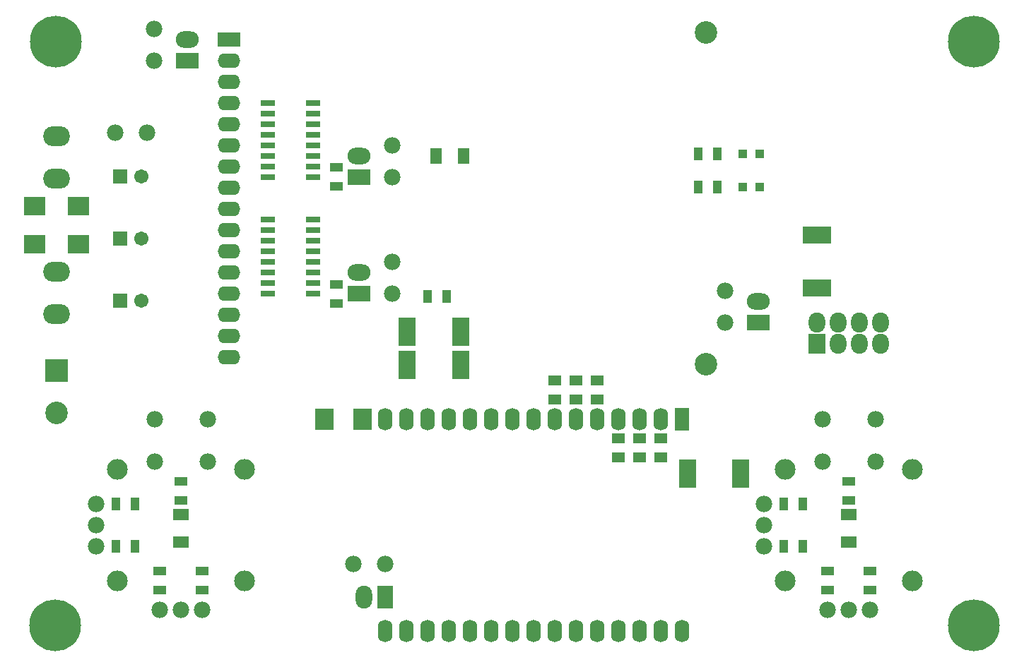
<source format=gbs>
G04*
G04 #@! TF.GenerationSoftware,Altium Limited,Altium Designer,18.0.7 (293)*
G04*
G04 Layer_Color=16711935*
%FSLAX25Y25*%
%MOIN*%
G70*
G01*
G75*
%ADD10R,0.07887X0.13792*%
%ADD11R,0.13792X0.07887*%
%ADD12R,0.07300X0.05800*%
%ADD13R,0.05800X0.07300*%
%ADD14R,0.05894X0.04331*%
%ADD15R,0.04331X0.05894*%
%ADD16R,0.09855X0.08800*%
%ADD17R,0.04331X0.04331*%
%ADD18R,0.08800X0.09855*%
%ADD19R,0.06300X0.04737*%
%ADD20R,0.06902X0.03162*%
%ADD21C,0.10642*%
%ADD22O,0.10642X0.06942*%
%ADD23R,0.10642X0.06942*%
%ADD24R,0.06942X0.10642*%
%ADD25O,0.06942X0.10642*%
%ADD26R,0.06706X0.06706*%
%ADD27C,0.06706*%
%ADD28C,0.07800*%
%ADD29R,0.07887X0.09461*%
%ADD30O,0.07887X0.09461*%
%ADD31R,0.10800X0.07800*%
%ADD32O,0.10800X0.07800*%
%ADD33R,0.07800X0.10800*%
%ADD34O,0.07800X0.10800*%
%ADD35R,0.10642X0.10642*%
%ADD36O,0.12611X0.09461*%
%ADD37C,0.24422*%
%ADD38C,0.09800*%
D10*
X185381Y142565D02*
D03*
X210577D02*
D03*
X185381Y158313D02*
D03*
X210577D02*
D03*
X317527Y91468D02*
D03*
X342724D02*
D03*
D11*
X378498Y178915D02*
D03*
Y204112D02*
D03*
D12*
X393701Y58929D02*
D03*
Y71929D02*
D03*
X78740Y58929D02*
D03*
Y71929D02*
D03*
D13*
X198898Y241364D02*
D03*
X211898D02*
D03*
D14*
X151772Y235864D02*
D03*
Y226864D02*
D03*
Y180746D02*
D03*
Y171746D02*
D03*
X393701Y78650D02*
D03*
Y87650D02*
D03*
X403701Y36209D02*
D03*
Y45209D02*
D03*
X383701Y36209D02*
D03*
Y45209D02*
D03*
X78740Y78650D02*
D03*
Y87650D02*
D03*
X88740Y36209D02*
D03*
Y45209D02*
D03*
X68740Y36209D02*
D03*
Y45209D02*
D03*
D15*
X203898Y174975D02*
D03*
X194898D02*
D03*
X322666Y226654D02*
D03*
X331665D02*
D03*
X322666Y242402D02*
D03*
X331665D02*
D03*
X362981Y76929D02*
D03*
X371981D02*
D03*
X362981Y56929D02*
D03*
X371981D02*
D03*
X48020D02*
D03*
X57020D02*
D03*
X48020Y76929D02*
D03*
X57020D02*
D03*
D16*
X9694Y199561D02*
D03*
Y217561D02*
D03*
X30094Y199561D02*
D03*
Y217561D02*
D03*
D17*
X343742Y242402D02*
D03*
X351616D02*
D03*
X343742Y226654D02*
D03*
X351616D02*
D03*
D18*
X164381Y117092D02*
D03*
X146381D02*
D03*
D19*
X305066Y98812D02*
D03*
Y107812D02*
D03*
X255066Y135371D02*
D03*
Y126371D02*
D03*
X295066Y98812D02*
D03*
Y107812D02*
D03*
X285066Y98812D02*
D03*
Y107812D02*
D03*
X265066Y135371D02*
D03*
Y126371D02*
D03*
X275066Y135371D02*
D03*
Y126371D02*
D03*
D20*
X119685Y231364D02*
D03*
Y236364D02*
D03*
Y241364D02*
D03*
Y246364D02*
D03*
Y251364D02*
D03*
Y256364D02*
D03*
Y261364D02*
D03*
X140945Y241364D02*
D03*
Y246364D02*
D03*
Y251364D02*
D03*
Y256364D02*
D03*
Y261364D02*
D03*
Y266364D02*
D03*
X119685D02*
D03*
X140945Y236364D02*
D03*
Y231364D02*
D03*
X119685Y176246D02*
D03*
Y181246D02*
D03*
Y186246D02*
D03*
Y191246D02*
D03*
Y196246D02*
D03*
Y201246D02*
D03*
Y206246D02*
D03*
X140945Y186246D02*
D03*
Y191246D02*
D03*
Y196246D02*
D03*
Y201246D02*
D03*
Y206246D02*
D03*
Y211246D02*
D03*
X119685D02*
D03*
X140945Y181246D02*
D03*
Y176246D02*
D03*
D21*
X326181Y299651D02*
D03*
Y142958D02*
D03*
X19894Y119921D02*
D03*
D22*
X101378Y186305D02*
D03*
Y206305D02*
D03*
Y226305D02*
D03*
Y246305D02*
D03*
Y266305D02*
D03*
Y276305D02*
D03*
Y286305D02*
D03*
Y256305D02*
D03*
Y236305D02*
D03*
Y216305D02*
D03*
Y196305D02*
D03*
Y176305D02*
D03*
Y166305D02*
D03*
Y146305D02*
D03*
Y156305D02*
D03*
D23*
Y296305D02*
D03*
D24*
X315066Y117092D02*
D03*
D25*
X305066D02*
D03*
X295066D02*
D03*
X285066D02*
D03*
X275066D02*
D03*
X265066D02*
D03*
X255066D02*
D03*
X245066D02*
D03*
X235066D02*
D03*
X225066D02*
D03*
X215066D02*
D03*
X205066D02*
D03*
X195066D02*
D03*
X185066D02*
D03*
X175066D02*
D03*
X315066Y17091D02*
D03*
X305066D02*
D03*
X295066D02*
D03*
X285066D02*
D03*
X275066D02*
D03*
X265066D02*
D03*
X255066D02*
D03*
X245066D02*
D03*
X235066D02*
D03*
X225066D02*
D03*
X215066D02*
D03*
X205066D02*
D03*
X195066D02*
D03*
X185066D02*
D03*
X175066D02*
D03*
D26*
X50012Y173113D02*
D03*
Y202313D02*
D03*
Y231513D02*
D03*
D27*
X59854Y173113D02*
D03*
Y202313D02*
D03*
Y231513D02*
D03*
D28*
X62433Y252411D02*
D03*
X47433D02*
D03*
X178347Y246364D02*
D03*
Y231364D02*
D03*
Y191246D02*
D03*
Y176246D02*
D03*
X65945Y301305D02*
D03*
Y286305D02*
D03*
X335191Y177598D02*
D03*
Y162598D02*
D03*
X160066Y48588D02*
D03*
X175066D02*
D03*
X381201Y116929D02*
D03*
X406201D02*
D03*
X381201Y96929D02*
D03*
X406201D02*
D03*
X383701Y26929D02*
D03*
X393701D02*
D03*
X403701D02*
D03*
X353701Y76929D02*
D03*
Y66929D02*
D03*
Y56929D02*
D03*
X66240Y116929D02*
D03*
X91240D02*
D03*
X66240Y96929D02*
D03*
X91240D02*
D03*
X68740Y26929D02*
D03*
X78740D02*
D03*
X88740D02*
D03*
X38740Y76929D02*
D03*
Y66929D02*
D03*
Y56929D02*
D03*
D29*
X378498Y152598D02*
D03*
D30*
Y162598D02*
D03*
X388498Y152598D02*
D03*
Y162598D02*
D03*
X398498Y152598D02*
D03*
Y162598D02*
D03*
X408498Y152598D02*
D03*
Y162598D02*
D03*
D31*
X162598Y231364D02*
D03*
Y176246D02*
D03*
X350939Y162598D02*
D03*
X81693Y286305D02*
D03*
D32*
X162598Y241364D02*
D03*
Y186246D02*
D03*
X350939Y172598D02*
D03*
X81693Y296305D02*
D03*
D33*
X175066Y32840D02*
D03*
D34*
X165066D02*
D03*
D35*
X19894Y139921D02*
D03*
D36*
Y230624D02*
D03*
Y250624D02*
D03*
Y186598D02*
D03*
Y166598D02*
D03*
D37*
X19211Y19685D02*
D03*
X452756D02*
D03*
Y295276D02*
D03*
X19685D02*
D03*
D38*
X363701Y93179D02*
D03*
Y40679D02*
D03*
X423701D02*
D03*
Y93179D02*
D03*
X48740D02*
D03*
Y40679D02*
D03*
X108740D02*
D03*
Y93179D02*
D03*
M02*

</source>
